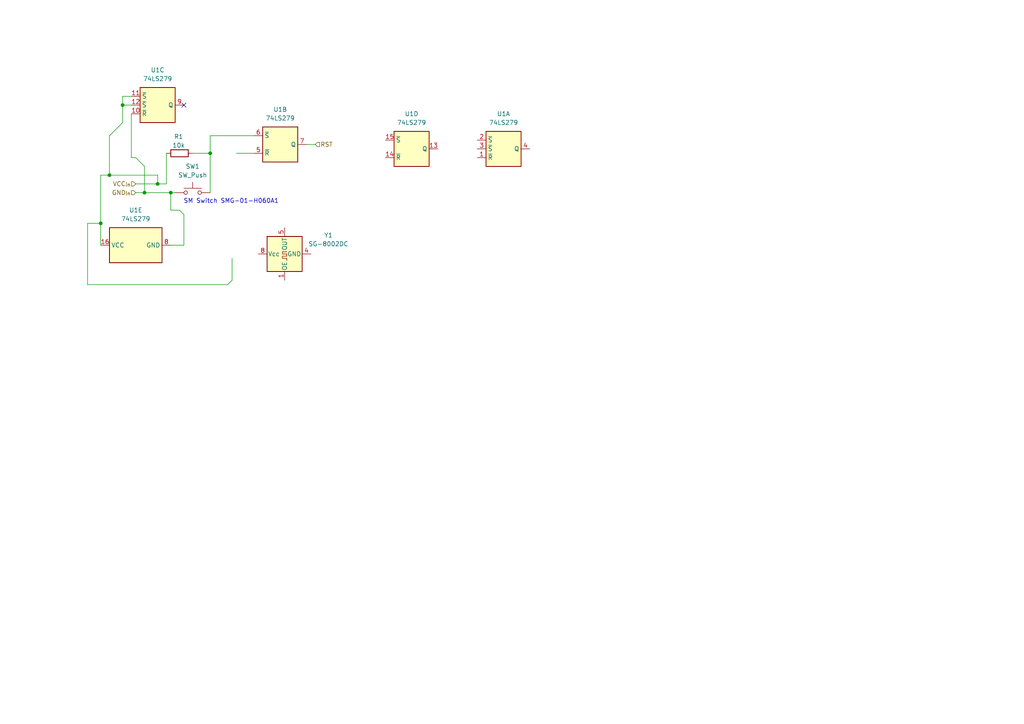
<source format=kicad_sch>
(kicad_sch
	(version 20250114)
	(generator "eeschema")
	(generator_version "9.0")
	(uuid "29f29b2d-987f-42da-994d-b1a143f012bb")
	(paper "A4")
	(lib_symbols
		(symbol "74xx:74LS279"
			(exclude_from_sim no)
			(in_bom yes)
			(on_board yes)
			(property "Reference" "U"
				(at -7.874 8.636 0)
				(effects
					(font
						(size 1.27 1.27)
					)
				)
			)
			(property "Value" "74LS279"
				(at -4.318 -8.636 0)
				(effects
					(font
						(size 1.27 1.27)
					)
				)
			)
			(property "Footprint" ""
				(at 0 0 0)
				(effects
					(font
						(size 1.27 1.27)
					)
					(hide yes)
				)
			)
			(property "Datasheet" "https://www.ti.com/lit/gpn/sn54ls279a"
				(at 10.922 -12.954 0)
				(effects
					(font
						(size 1.27 1.27)
					)
					(hide yes)
				)
			)
			(property "Description" "Quad SR latch, DIP-16/SOIC-16/SOIC-16W"
				(at 7.62 -10.668 0)
				(effects
					(font
						(size 1.27 1.27)
					)
					(hide yes)
				)
			)
			(property "ki_locked" ""
				(at 0 0 0)
				(effects
					(font
						(size 1.27 1.27)
					)
				)
			)
			(property "ki_keywords" "TTL latch set reset srs flip flop flipflop rs-flipflop"
				(at 0 0 0)
				(effects
					(font
						(size 1.27 1.27)
					)
					(hide yes)
				)
			)
			(property "ki_fp_filters" "DIP*W7.62mm* SOIC*3.9x9.9mm*P1.27mm* SOIC*5.3x10.2mm*P1.27mm*"
				(at 0 0 0)
				(effects
					(font
						(size 1.27 1.27)
					)
					(hide yes)
				)
			)
			(symbol "74LS279_1_1"
				(rectangle
					(start -5.08 5.08)
					(end 5.08 -5.08)
					(stroke
						(width 0.254)
						(type default)
					)
					(fill
						(type background)
					)
				)
				(pin input line
					(at -7.62 2.54 0)
					(length 2.54)
					(name "~{S}"
						(effects
							(font
								(size 1.27 1.27)
							)
						)
					)
					(number "2"
						(effects
							(font
								(size 1.27 1.27)
							)
						)
					)
				)
				(pin input line
					(at -7.62 0 0)
					(length 2.54)
					(name "~{S}"
						(effects
							(font
								(size 1.27 1.27)
							)
						)
					)
					(number "3"
						(effects
							(font
								(size 1.27 1.27)
							)
						)
					)
				)
				(pin input line
					(at -7.62 -2.54 0)
					(length 2.54)
					(name "~{R}"
						(effects
							(font
								(size 1.27 1.27)
							)
						)
					)
					(number "1"
						(effects
							(font
								(size 1.27 1.27)
							)
						)
					)
				)
				(pin output line
					(at 7.62 0 180)
					(length 2.54)
					(name "Q"
						(effects
							(font
								(size 1.27 1.27)
							)
						)
					)
					(number "4"
						(effects
							(font
								(size 1.27 1.27)
							)
						)
					)
				)
			)
			(symbol "74LS279_2_1"
				(rectangle
					(start -5.08 5.08)
					(end 5.08 -5.08)
					(stroke
						(width 0.254)
						(type default)
					)
					(fill
						(type background)
					)
				)
				(pin input line
					(at -7.62 2.54 0)
					(length 2.54)
					(name "~{S}"
						(effects
							(font
								(size 1.27 1.27)
							)
						)
					)
					(number "6"
						(effects
							(font
								(size 1.27 1.27)
							)
						)
					)
				)
				(pin input line
					(at -7.62 -2.54 0)
					(length 2.54)
					(name "~{R}"
						(effects
							(font
								(size 1.27 1.27)
							)
						)
					)
					(number "5"
						(effects
							(font
								(size 1.27 1.27)
							)
						)
					)
				)
				(pin output line
					(at 7.62 0 180)
					(length 2.54)
					(name "Q"
						(effects
							(font
								(size 1.27 1.27)
							)
						)
					)
					(number "7"
						(effects
							(font
								(size 1.27 1.27)
							)
						)
					)
				)
			)
			(symbol "74LS279_3_1"
				(rectangle
					(start -5.08 5.08)
					(end 5.08 -5.08)
					(stroke
						(width 0.254)
						(type default)
					)
					(fill
						(type background)
					)
				)
				(pin input line
					(at -7.62 2.54 0)
					(length 2.54)
					(name "~{S}"
						(effects
							(font
								(size 1.27 1.27)
							)
						)
					)
					(number "11"
						(effects
							(font
								(size 1.27 1.27)
							)
						)
					)
				)
				(pin input line
					(at -7.62 0 0)
					(length 2.54)
					(name "~{S}"
						(effects
							(font
								(size 1.27 1.27)
							)
						)
					)
					(number "12"
						(effects
							(font
								(size 1.27 1.27)
							)
						)
					)
				)
				(pin input line
					(at -7.62 -2.54 0)
					(length 2.54)
					(name "~{R}"
						(effects
							(font
								(size 1.27 1.27)
							)
						)
					)
					(number "10"
						(effects
							(font
								(size 1.27 1.27)
							)
						)
					)
				)
				(pin output line
					(at 7.62 0 180)
					(length 2.54)
					(name "Q"
						(effects
							(font
								(size 1.27 1.27)
							)
						)
					)
					(number "9"
						(effects
							(font
								(size 1.27 1.27)
							)
						)
					)
				)
			)
			(symbol "74LS279_4_1"
				(rectangle
					(start -5.08 5.08)
					(end 5.08 -5.08)
					(stroke
						(width 0.254)
						(type default)
					)
					(fill
						(type background)
					)
				)
				(pin input line
					(at -7.62 2.54 0)
					(length 2.54)
					(name "~{S}"
						(effects
							(font
								(size 1.27 1.27)
							)
						)
					)
					(number "15"
						(effects
							(font
								(size 1.27 1.27)
							)
						)
					)
				)
				(pin input line
					(at -7.62 -2.54 0)
					(length 2.54)
					(name "~{R}"
						(effects
							(font
								(size 1.27 1.27)
							)
						)
					)
					(number "14"
						(effects
							(font
								(size 1.27 1.27)
							)
						)
					)
				)
				(pin output line
					(at 7.62 0 180)
					(length 2.54)
					(name "Q"
						(effects
							(font
								(size 1.27 1.27)
							)
						)
					)
					(number "13"
						(effects
							(font
								(size 1.27 1.27)
							)
						)
					)
				)
			)
			(symbol "74LS279_5_0"
				(pin power_in line
					(at 0 10.16 270)
					(length 2.54)
					(name "VCC"
						(effects
							(font
								(size 1.27 1.27)
							)
						)
					)
					(number "16"
						(effects
							(font
								(size 1.27 1.27)
							)
						)
					)
				)
				(pin power_in line
					(at 0 -10.16 90)
					(length 2.54)
					(name "GND"
						(effects
							(font
								(size 1.27 1.27)
							)
						)
					)
					(number "8"
						(effects
							(font
								(size 1.27 1.27)
							)
						)
					)
				)
			)
			(symbol "74LS279_5_1"
				(rectangle
					(start -5.08 7.62)
					(end 5.08 -7.62)
					(stroke
						(width 0.254)
						(type default)
					)
					(fill
						(type background)
					)
				)
			)
			(embedded_fonts no)
		)
		(symbol "Device:R"
			(pin_numbers
				(hide yes)
			)
			(pin_names
				(offset 0)
			)
			(exclude_from_sim no)
			(in_bom yes)
			(on_board yes)
			(property "Reference" "R"
				(at 2.032 0 90)
				(effects
					(font
						(size 1.27 1.27)
					)
				)
			)
			(property "Value" "R"
				(at 0 0 90)
				(effects
					(font
						(size 1.27 1.27)
					)
				)
			)
			(property "Footprint" ""
				(at -1.778 0 90)
				(effects
					(font
						(size 1.27 1.27)
					)
					(hide yes)
				)
			)
			(property "Datasheet" "~"
				(at 0 0 0)
				(effects
					(font
						(size 1.27 1.27)
					)
					(hide yes)
				)
			)
			(property "Description" "Resistor"
				(at 0 0 0)
				(effects
					(font
						(size 1.27 1.27)
					)
					(hide yes)
				)
			)
			(property "ki_keywords" "R res resistor"
				(at 0 0 0)
				(effects
					(font
						(size 1.27 1.27)
					)
					(hide yes)
				)
			)
			(property "ki_fp_filters" "R_*"
				(at 0 0 0)
				(effects
					(font
						(size 1.27 1.27)
					)
					(hide yes)
				)
			)
			(symbol "R_0_1"
				(rectangle
					(start -1.016 -2.54)
					(end 1.016 2.54)
					(stroke
						(width 0.254)
						(type default)
					)
					(fill
						(type none)
					)
				)
			)
			(symbol "R_1_1"
				(pin passive line
					(at 0 3.81 270)
					(length 1.27)
					(name "~"
						(effects
							(font
								(size 1.27 1.27)
							)
						)
					)
					(number "1"
						(effects
							(font
								(size 1.27 1.27)
							)
						)
					)
				)
				(pin passive line
					(at 0 -3.81 90)
					(length 1.27)
					(name "~"
						(effects
							(font
								(size 1.27 1.27)
							)
						)
					)
					(number "2"
						(effects
							(font
								(size 1.27 1.27)
							)
						)
					)
				)
			)
			(embedded_fonts no)
		)
		(symbol "Oscillator:SG-8002DC"
			(pin_names
				(offset 0.254)
			)
			(exclude_from_sim no)
			(in_bom yes)
			(on_board yes)
			(property "Reference" "Y"
				(at -5.08 6.35 0)
				(effects
					(font
						(size 1.27 1.27)
					)
					(justify left)
				)
			)
			(property "Value" "SG-8002DC"
				(at 1.27 -6.35 0)
				(effects
					(font
						(size 1.27 1.27)
					)
					(justify left)
				)
			)
			(property "Footprint" "Oscillator:Oscillator_SeikoEpson_SG-8002DC"
				(at 11.43 -8.89 0)
				(effects
					(font
						(size 1.27 1.27)
					)
					(hide yes)
				)
			)
			(property "Datasheet" "https://support.epson.biz/td/api/doc_check.php?mode=dl&lang=en&Parts=SG-8002DC"
				(at -2.54 0 0)
				(effects
					(font
						(size 1.27 1.27)
					)
					(hide yes)
				)
			)
			(property "Description" "Crystal Clock Oscillator, DIP8-style plastic package"
				(at 0 0 0)
				(effects
					(font
						(size 1.27 1.27)
					)
					(hide yes)
				)
			)
			(property "ki_keywords" "Crystal Clock Oscillator"
				(at 0 0 0)
				(effects
					(font
						(size 1.27 1.27)
					)
					(hide yes)
				)
			)
			(property "ki_fp_filters" "Oscillator*SeikoEpson*SG?8002DC*"
				(at 0 0 0)
				(effects
					(font
						(size 1.27 1.27)
					)
					(hide yes)
				)
			)
			(symbol "SG-8002DC_0_1"
				(rectangle
					(start -5.08 5.08)
					(end 5.08 -5.08)
					(stroke
						(width 0.254)
						(type default)
					)
					(fill
						(type background)
					)
				)
				(polyline
					(pts
						(xy -1.905 -0.635) (xy -1.27 -0.635) (xy -1.27 0.635) (xy -0.635 0.635) (xy -0.635 -0.635) (xy 0 -0.635)
						(xy 0 0.635) (xy 0.635 0.635) (xy 0.635 -0.635)
					)
					(stroke
						(width 0)
						(type default)
					)
					(fill
						(type none)
					)
				)
			)
			(symbol "SG-8002DC_1_1"
				(pin input line
					(at -7.62 0 0)
					(length 2.54)
					(name "OE"
						(effects
							(font
								(size 1.27 1.27)
							)
						)
					)
					(number "1"
						(effects
							(font
								(size 1.27 1.27)
							)
						)
					)
				)
				(pin power_in line
					(at 0 7.62 270)
					(length 2.54)
					(name "Vcc"
						(effects
							(font
								(size 1.27 1.27)
							)
						)
					)
					(number "8"
						(effects
							(font
								(size 1.27 1.27)
							)
						)
					)
				)
				(pin power_in line
					(at 0 -7.62 90)
					(length 2.54)
					(name "GND"
						(effects
							(font
								(size 1.27 1.27)
							)
						)
					)
					(number "4"
						(effects
							(font
								(size 1.27 1.27)
							)
						)
					)
				)
				(pin output line
					(at 7.62 0 180)
					(length 2.54)
					(name "OUT"
						(effects
							(font
								(size 1.27 1.27)
							)
						)
					)
					(number "5"
						(effects
							(font
								(size 1.27 1.27)
							)
						)
					)
				)
			)
			(embedded_fonts no)
		)
		(symbol "Switch:SW_Push"
			(pin_numbers
				(hide yes)
			)
			(pin_names
				(offset 1.016)
				(hide yes)
			)
			(exclude_from_sim no)
			(in_bom yes)
			(on_board yes)
			(property "Reference" "SW"
				(at 1.27 2.54 0)
				(effects
					(font
						(size 1.27 1.27)
					)
					(justify left)
				)
			)
			(property "Value" "SW_Push"
				(at 0 -1.524 0)
				(effects
					(font
						(size 1.27 1.27)
					)
				)
			)
			(property "Footprint" ""
				(at 0 5.08 0)
				(effects
					(font
						(size 1.27 1.27)
					)
					(hide yes)
				)
			)
			(property "Datasheet" "~"
				(at 0 5.08 0)
				(effects
					(font
						(size 1.27 1.27)
					)
					(hide yes)
				)
			)
			(property "Description" "Push button switch, generic, two pins"
				(at 0 0 0)
				(effects
					(font
						(size 1.27 1.27)
					)
					(hide yes)
				)
			)
			(property "ki_keywords" "switch normally-open pushbutton push-button"
				(at 0 0 0)
				(effects
					(font
						(size 1.27 1.27)
					)
					(hide yes)
				)
			)
			(symbol "SW_Push_0_1"
				(circle
					(center -2.032 0)
					(radius 0.508)
					(stroke
						(width 0)
						(type default)
					)
					(fill
						(type none)
					)
				)
				(polyline
					(pts
						(xy 0 1.27) (xy 0 3.048)
					)
					(stroke
						(width 0)
						(type default)
					)
					(fill
						(type none)
					)
				)
				(circle
					(center 2.032 0)
					(radius 0.508)
					(stroke
						(width 0)
						(type default)
					)
					(fill
						(type none)
					)
				)
				(polyline
					(pts
						(xy 2.54 1.27) (xy -2.54 1.27)
					)
					(stroke
						(width 0)
						(type default)
					)
					(fill
						(type none)
					)
				)
				(pin passive line
					(at -5.08 0 0)
					(length 2.54)
					(name "1"
						(effects
							(font
								(size 1.27 1.27)
							)
						)
					)
					(number "1"
						(effects
							(font
								(size 1.27 1.27)
							)
						)
					)
				)
				(pin passive line
					(at 5.08 0 180)
					(length 2.54)
					(name "2"
						(effects
							(font
								(size 1.27 1.27)
							)
						)
					)
					(number "2"
						(effects
							(font
								(size 1.27 1.27)
							)
						)
					)
				)
			)
			(embedded_fonts no)
		)
	)
	(text "SM Switch SMG-01-H060A1"
		(exclude_from_sim no)
		(at 67.056 58.42 0)
		(effects
			(font
				(size 1.27 1.27)
			)
		)
		(uuid "8a4c262a-0fc4-4b76-b356-3aac4b4a4935")
	)
	(junction
		(at 45.72 53.34)
		(diameter 0)
		(color 0 0 0 0)
		(uuid "3473c326-c36d-4e41-b720-e1ae1bf4228e")
	)
	(junction
		(at 31.75 50.8)
		(diameter 0)
		(color 0 0 0 0)
		(uuid "38c0620d-99cc-4ce0-8882-d2ef5dd7c998")
	)
	(junction
		(at 49.53 55.88)
		(diameter 0)
		(color 0 0 0 0)
		(uuid "42421e70-53e7-4a04-b708-22dd529091bb")
	)
	(junction
		(at 29.21 64.77)
		(diameter 0)
		(color 0 0 0 0)
		(uuid "7a9582aa-f409-4543-9517-9f78de608866")
	)
	(junction
		(at 35.56 30.48)
		(diameter 0)
		(color 0 0 0 0)
		(uuid "7d3cec62-a9c7-41c4-a510-b495a504284c")
	)
	(junction
		(at 41.91 55.88)
		(diameter 0)
		(color 0 0 0 0)
		(uuid "9203d9f1-acb6-4b22-8a92-7697ac922769")
	)
	(junction
		(at 60.96 44.45)
		(diameter 0)
		(color 0 0 0 0)
		(uuid "aa637bcc-2516-46fb-b28c-44d867df7be4")
	)
	(no_connect
		(at 53.34 30.48)
		(uuid "f4766a25-e736-4995-8c6a-b0b8d702f5f0")
	)
	(wire
		(pts
			(xy 49.53 60.96) (xy 52.07 60.96)
		)
		(stroke
			(width 0)
			(type default)
		)
		(uuid "00dd81e5-a04e-4b47-8076-102ce98ee0df")
	)
	(wire
		(pts
			(xy 38.1 33.02) (xy 38.1 45.72)
		)
		(stroke
			(width 0)
			(type default)
		)
		(uuid "09544023-d3b2-4724-96e9-7d99b22bc07f")
	)
	(wire
		(pts
			(xy 38.1 30.48) (xy 35.56 30.48)
		)
		(stroke
			(width 0)
			(type default)
		)
		(uuid "12dfa247-011f-4699-adb2-384febfbfd90")
	)
	(wire
		(pts
			(xy 68.58 44.45) (xy 73.66 44.45)
		)
		(stroke
			(width 0)
			(type default)
		)
		(uuid "23e35163-4d43-4374-919e-b6aecf37b00c")
	)
	(wire
		(pts
			(xy 41.91 55.88) (xy 41.91 48.26)
		)
		(stroke
			(width 0)
			(type default)
		)
		(uuid "2faaa831-ca26-42f3-a834-ebeceefa3979")
	)
	(wire
		(pts
			(xy 60.96 39.37) (xy 73.66 39.37)
		)
		(stroke
			(width 0)
			(type default)
		)
		(uuid "33272586-aef8-4506-b238-74c5e94e3432")
	)
	(wire
		(pts
			(xy 38.1 27.94) (xy 35.56 27.94)
		)
		(stroke
			(width 0)
			(type default)
		)
		(uuid "3491b2c3-d26e-4148-a76a-2fb53e9a3c81")
	)
	(wire
		(pts
			(xy 67.31 74.93) (xy 67.31 81.28)
		)
		(stroke
			(width 0)
			(type default)
		)
		(uuid "39c8c38b-71e3-4c27-af12-0b2233ed07d8")
	)
	(wire
		(pts
			(xy 49.53 71.12) (xy 53.34 71.12)
		)
		(stroke
			(width 0)
			(type default)
		)
		(uuid "3cfaf054-71df-47b6-b9c9-5be5b28a718f")
	)
	(wire
		(pts
			(xy 49.53 55.88) (xy 49.53 60.96)
		)
		(stroke
			(width 0)
			(type default)
		)
		(uuid "4af834eb-fae3-4d91-b0ee-773ab0ed83c0")
	)
	(wire
		(pts
			(xy 41.91 55.88) (xy 49.53 55.88)
		)
		(stroke
			(width 0)
			(type default)
		)
		(uuid "4dee3a02-17a8-4ed4-9613-e3b54cd39daa")
	)
	(wire
		(pts
			(xy 35.56 27.94) (xy 35.56 30.48)
		)
		(stroke
			(width 0)
			(type default)
		)
		(uuid "4f8bea08-35b8-4b69-bbd0-a069ba7a646e")
	)
	(wire
		(pts
			(xy 39.37 55.88) (xy 41.91 55.88)
		)
		(stroke
			(width 0)
			(type default)
		)
		(uuid "558aa06c-e769-4851-ac83-53668befbe4a")
	)
	(wire
		(pts
			(xy 25.4 64.77) (xy 29.21 64.77)
		)
		(stroke
			(width 0)
			(type default)
		)
		(uuid "5835a8c5-8e7d-40f0-8823-4f414bd7bf17")
	)
	(wire
		(pts
			(xy 31.75 50.8) (xy 45.72 50.8)
		)
		(stroke
			(width 0)
			(type default)
		)
		(uuid "59b4fcee-f10d-4b10-90a0-eeb9959a7643")
	)
	(wire
		(pts
			(xy 48.26 44.45) (xy 48.26 53.34)
		)
		(stroke
			(width 0)
			(type default)
		)
		(uuid "5e937476-da77-4c7e-88f8-3e1f27517058")
	)
	(wire
		(pts
			(xy 53.34 62.23) (xy 52.07 60.96)
		)
		(stroke
			(width 0)
			(type default)
		)
		(uuid "6d9e228f-c9e2-434b-8643-42fc1addd24e")
	)
	(wire
		(pts
			(xy 38.1 45.72) (xy 39.37 45.72)
		)
		(stroke
			(width 0)
			(type default)
		)
		(uuid "81403e00-05e6-4266-adeb-2267bdcc8fda")
	)
	(wire
		(pts
			(xy 39.37 53.34) (xy 45.72 53.34)
		)
		(stroke
			(width 0)
			(type default)
		)
		(uuid "8a629512-f573-45b1-b72c-2a60f627bf60")
	)
	(wire
		(pts
			(xy 35.56 30.48) (xy 35.56 35.56)
		)
		(stroke
			(width 0)
			(type default)
		)
		(uuid "95b9f17e-c7e7-43e7-a160-0b99907fe8dd")
	)
	(wire
		(pts
			(xy 53.34 71.12) (xy 53.34 62.23)
		)
		(stroke
			(width 0)
			(type default)
		)
		(uuid "a153edb0-d073-4423-b376-6449b13cfd42")
	)
	(wire
		(pts
			(xy 25.4 82.55) (xy 66.04 82.55)
		)
		(stroke
			(width 0)
			(type default)
		)
		(uuid "a20296bd-658c-4e4d-833e-06b4e50c1cca")
	)
	(wire
		(pts
			(xy 41.91 48.26) (xy 39.37 45.72)
		)
		(stroke
			(width 0)
			(type default)
		)
		(uuid "a59f433a-5403-49d4-9370-0dd97bb86506")
	)
	(wire
		(pts
			(xy 55.88 44.45) (xy 60.96 44.45)
		)
		(stroke
			(width 0)
			(type default)
		)
		(uuid "a81f5543-1070-4045-87a0-e0101f5b8902")
	)
	(wire
		(pts
			(xy 29.21 50.8) (xy 31.75 50.8)
		)
		(stroke
			(width 0)
			(type default)
		)
		(uuid "afa51c5f-245e-46fe-9150-a3a1cdee14b1")
	)
	(wire
		(pts
			(xy 29.21 50.8) (xy 29.21 64.77)
		)
		(stroke
			(width 0)
			(type default)
		)
		(uuid "b124d42e-f45c-450d-8e79-44ae221f6a3d")
	)
	(wire
		(pts
			(xy 31.75 50.8) (xy 31.75 39.37)
		)
		(stroke
			(width 0)
			(type default)
		)
		(uuid "c10643a9-8494-4602-bc65-b4ff766d2da0")
	)
	(wire
		(pts
			(xy 45.72 50.8) (xy 45.72 53.34)
		)
		(stroke
			(width 0)
			(type default)
		)
		(uuid "cb2aa6ed-9b51-4bcd-b47f-314864be0dc9")
	)
	(wire
		(pts
			(xy 45.72 53.34) (xy 48.26 53.34)
		)
		(stroke
			(width 0)
			(type default)
		)
		(uuid "d920af0a-8b12-4356-96d2-d96e8687dfad")
	)
	(wire
		(pts
			(xy 60.96 44.45) (xy 60.96 55.88)
		)
		(stroke
			(width 0)
			(type default)
		)
		(uuid "dcc289c3-d226-4f73-a7e8-6edb23faf89e")
	)
	(wire
		(pts
			(xy 29.21 64.77) (xy 29.21 71.12)
		)
		(stroke
			(width 0)
			(type default)
		)
		(uuid "df643997-662c-4330-b372-2a8c777b7e08")
	)
	(wire
		(pts
			(xy 60.96 39.37) (xy 60.96 44.45)
		)
		(stroke
			(width 0)
			(type default)
		)
		(uuid "e38a6088-0dea-49c7-b2ee-5554717f4dc2")
	)
	(wire
		(pts
			(xy 31.75 39.37) (xy 35.56 35.56)
		)
		(stroke
			(width 0)
			(type default)
		)
		(uuid "e61daaa8-cd6c-4f35-a14b-c93240007aff")
	)
	(wire
		(pts
			(xy 66.04 82.55) (xy 67.31 81.28)
		)
		(stroke
			(width 0)
			(type default)
		)
		(uuid "ec98ca14-5b8f-4009-9c03-37511d28886c")
	)
	(wire
		(pts
			(xy 88.9 41.91) (xy 91.44 41.91)
		)
		(stroke
			(width 0)
			(type default)
		)
		(uuid "f71e3cd3-1864-4238-812a-2b684a138245")
	)
	(wire
		(pts
			(xy 49.53 55.88) (xy 50.8 55.88)
		)
		(stroke
			(width 0)
			(type default)
		)
		(uuid "fbf04236-345c-4833-ba3e-b6fcf0154d8f")
	)
	(wire
		(pts
			(xy 25.4 64.77) (xy 25.4 82.55)
		)
		(stroke
			(width 0)
			(type default)
		)
		(uuid "ff6bf874-6e65-43cf-a367-1f75f2946b28")
	)
	(hierarchical_label "GND_{in}"
		(shape input)
		(at 39.37 55.88 180)
		(effects
			(font
				(size 1.27 1.27)
			)
			(justify right)
		)
		(uuid "099dd52f-9c56-43b8-882a-571243aa7be9")
	)
	(hierarchical_label "RST"
		(shape input)
		(at 91.44 41.91 0)
		(effects
			(font
				(size 1.27 1.27)
			)
			(justify left)
		)
		(uuid "7b27cc89-2588-458b-b6cf-5a9299893662")
	)
	(hierarchical_label "VCC_{in}"
		(shape input)
		(at 39.37 53.34 180)
		(effects
			(font
				(size 1.27 1.27)
			)
			(justify right)
		)
		(uuid "a0c8042f-c0fe-4d12-bf69-2ef0ddb3e337")
	)
	(symbol
		(lib_id "Device:R")
		(at 52.07 44.45 90)
		(unit 1)
		(exclude_from_sim no)
		(in_bom yes)
		(on_board yes)
		(dnp no)
		(uuid "32ce0a9a-3818-414c-8c72-b61ab0acd116")
		(property "Reference" "R1"
			(at 51.816 39.624 90)
			(effects
				(font
					(size 1.27 1.27)
				)
			)
		)
		(property "Value" "10k"
			(at 51.816 42.164 90)
			(effects
				(font
					(size 1.27 1.27)
				)
			)
		)
		(property "Footprint" "Resistor_THT:R_Axial_DIN0617_L17.0mm_D6.0mm_P25.40mm_Horizontal"
			(at 52.07 46.228 90)
			(effects
				(font
					(size 1.27 1.27)
				)
				(hide yes)
			)
		)
		(property "Datasheet" "~"
			(at 52.07 44.45 0)
			(effects
				(font
					(size 1.27 1.27)
				)
				(hide yes)
			)
		)
		(property "Description" "Resistor"
			(at 52.07 44.45 0)
			(effects
				(font
					(size 1.27 1.27)
				)
				(hide yes)
			)
		)
		(pin "1"
			(uuid "5c1241dd-fe2b-4fca-baa0-ce1578f4c51c")
		)
		(pin "2"
			(uuid "d6c349cb-5e32-4764-8679-7809d814f67b")
		)
		(instances
			(project "motherboard"
				(path "/bb7788bc-5c3c-457d-a542-d32d0d539aef/c16b7065-763e-49b6-baed-f21b45fc33df"
					(reference "R1")
					(unit 1)
				)
			)
		)
	)
	(symbol
		(lib_id "74xx:74LS279")
		(at 81.28 41.91 0)
		(unit 2)
		(exclude_from_sim no)
		(in_bom yes)
		(on_board yes)
		(dnp no)
		(fields_autoplaced yes)
		(uuid "47a78ece-d0c2-436b-91d2-5b92a4863f8e")
		(property "Reference" "U1"
			(at 81.28 31.75 0)
			(effects
				(font
					(size 1.27 1.27)
				)
			)
		)
		(property "Value" "74LS279"
			(at 81.28 34.29 0)
			(effects
				(font
					(size 1.27 1.27)
				)
			)
		)
		(property "Footprint" "Package_DIP:DIP-16_W7.62mm"
			(at 81.28 41.91 0)
			(effects
				(font
					(size 1.27 1.27)
				)
				(hide yes)
			)
		)
		(property "Datasheet" "https://www.ti.com/lit/gpn/sn54ls279a"
			(at 92.202 54.864 0)
			(effects
				(font
					(size 1.27 1.27)
				)
				(hide yes)
			)
		)
		(property "Description" "Quad SR latch, DIP-16/SOIC-16/SOIC-16W"
			(at 88.9 52.578 0)
			(effects
				(font
					(size 1.27 1.27)
				)
				(hide yes)
			)
		)
		(pin "11"
			(uuid "f004006e-ae35-4269-8f51-3e9c3a7f4619")
		)
		(pin "5"
			(uuid "4418338e-d9c5-48b5-9f3d-f149295552f6")
		)
		(pin "1"
			(uuid "9bdf2dbe-8b3f-40f4-b12b-9c81ae0a2bf2")
		)
		(pin "4"
			(uuid "d42f5c2b-703d-44a9-9a2f-24bf10490149")
		)
		(pin "7"
			(uuid "3635bd40-43f5-4717-9687-c07d88769e28")
		)
		(pin "15"
			(uuid "869a8e1a-dd2e-408b-84cc-0811e3f52a17")
		)
		(pin "16"
			(uuid "313fc090-cfa3-4441-b56c-264c2e682e6f")
		)
		(pin "12"
			(uuid "07bc1c2b-ad9d-4397-be93-b23511b27b95")
		)
		(pin "13"
			(uuid "935d95d0-ee52-414f-b419-28bdd2d65da5")
		)
		(pin "14"
			(uuid "21bc45d3-be94-4975-8d25-cdd31bead1f3")
		)
		(pin "6"
			(uuid "73387244-c17c-4ead-893b-a3f781fb2116")
		)
		(pin "10"
			(uuid "22113da8-7542-4b6d-aa2d-44f2f8f3ea6c")
		)
		(pin "2"
			(uuid "d35c0a10-bc46-4118-8b1f-f974ef50ed93")
		)
		(pin "3"
			(uuid "6dc94279-d5cb-42fe-9375-1836e7a79d04")
		)
		(pin "9"
			(uuid "bd5ea0c8-ace0-4c18-8fac-b4709b0a8480")
		)
		(pin "8"
			(uuid "def40988-57dc-4c6e-9eaa-2eef2f11398e")
		)
		(instances
			(project ""
				(path "/bb7788bc-5c3c-457d-a542-d32d0d539aef/c16b7065-763e-49b6-baed-f21b45fc33df"
					(reference "U1")
					(unit 2)
				)
			)
		)
	)
	(symbol
		(lib_id "74xx:74LS279")
		(at 146.05 43.18 0)
		(unit 1)
		(exclude_from_sim no)
		(in_bom yes)
		(on_board yes)
		(dnp no)
		(fields_autoplaced yes)
		(uuid "730e397d-2b07-49a2-82f2-334c8264beb2")
		(property "Reference" "U1"
			(at 146.05 33.02 0)
			(effects
				(font
					(size 1.27 1.27)
				)
			)
		)
		(property "Value" "74LS279"
			(at 146.05 35.56 0)
			(effects
				(font
					(size 1.27 1.27)
				)
			)
		)
		(property "Footprint" "Package_DIP:DIP-16_W7.62mm"
			(at 146.05 43.18 0)
			(effects
				(font
					(size 1.27 1.27)
				)
				(hide yes)
			)
		)
		(property "Datasheet" "https://www.ti.com/lit/gpn/sn54ls279a"
			(at 156.972 56.134 0)
			(effects
				(font
					(size 1.27 1.27)
				)
				(hide yes)
			)
		)
		(property "Description" "Quad SR latch, DIP-16/SOIC-16/SOIC-16W"
			(at 153.67 53.848 0)
			(effects
				(font
					(size 1.27 1.27)
				)
				(hide yes)
			)
		)
		(pin "11"
			(uuid "f004006e-ae35-4269-8f51-3e9c3a7f461a")
		)
		(pin "5"
			(uuid "4418338e-d9c5-48b5-9f3d-f149295552f7")
		)
		(pin "1"
			(uuid "8f6de5cc-6050-42a0-b672-fcc5342cc79e")
		)
		(pin "4"
			(uuid "fb732d06-0460-40a2-af96-a2dfd0ead400")
		)
		(pin "7"
			(uuid "3635bd40-43f5-4717-9687-c07d88769e29")
		)
		(pin "15"
			(uuid "869a8e1a-dd2e-408b-84cc-0811e3f52a18")
		)
		(pin "16"
			(uuid "313fc090-cfa3-4441-b56c-264c2e682e70")
		)
		(pin "12"
			(uuid "07bc1c2b-ad9d-4397-be93-b23511b27b96")
		)
		(pin "13"
			(uuid "935d95d0-ee52-414f-b419-28bdd2d65da6")
		)
		(pin "14"
			(uuid "21bc45d3-be94-4975-8d25-cdd31bead1f4")
		)
		(pin "6"
			(uuid "73387244-c17c-4ead-893b-a3f781fb2117")
		)
		(pin "10"
			(uuid "22113da8-7542-4b6d-aa2d-44f2f8f3ea6d")
		)
		(pin "2"
			(uuid "a2e28324-cf61-47f6-92aa-895f12114589")
		)
		(pin "3"
			(uuid "7466a463-72c9-4f96-bbea-babe2a404f5b")
		)
		(pin "9"
			(uuid "bd5ea0c8-ace0-4c18-8fac-b4709b0a8481")
		)
		(pin "8"
			(uuid "def40988-57dc-4c6e-9eaa-2eef2f11398f")
		)
		(instances
			(project "motherboard"
				(path "/bb7788bc-5c3c-457d-a542-d32d0d539aef/c16b7065-763e-49b6-baed-f21b45fc33df"
					(reference "U1")
					(unit 1)
				)
			)
		)
	)
	(symbol
		(lib_id "74xx:74LS279")
		(at 45.72 30.48 0)
		(unit 3)
		(exclude_from_sim no)
		(in_bom yes)
		(on_board yes)
		(dnp no)
		(fields_autoplaced yes)
		(uuid "7ac68b34-e521-4a2b-b383-6ce2de9141a4")
		(property "Reference" "U1"
			(at 45.72 20.32 0)
			(effects
				(font
					(size 1.27 1.27)
				)
			)
		)
		(property "Value" "74LS279"
			(at 45.72 22.86 0)
			(effects
				(font
					(size 1.27 1.27)
				)
			)
		)
		(property "Footprint" "Package_DIP:DIP-16_W7.62mm"
			(at 45.72 30.48 0)
			(effects
				(font
					(size 1.27 1.27)
				)
				(hide yes)
			)
		)
		(property "Datasheet" "https://www.ti.com/lit/gpn/sn54ls279a"
			(at 56.642 43.434 0)
			(effects
				(font
					(size 1.27 1.27)
				)
				(hide yes)
			)
		)
		(property "Description" "Quad SR latch, DIP-16/SOIC-16/SOIC-16W"
			(at 53.34 41.148 0)
			(effects
				(font
					(size 1.27 1.27)
				)
				(hide yes)
			)
		)
		(pin "11"
			(uuid "f004006e-ae35-4269-8f51-3e9c3a7f461b")
		)
		(pin "5"
			(uuid "4418338e-d9c5-48b5-9f3d-f149295552f8")
		)
		(pin "1"
			(uuid "9bdf2dbe-8b3f-40f4-b12b-9c81ae0a2bf3")
		)
		(pin "4"
			(uuid "d42f5c2b-703d-44a9-9a2f-24bf1049014a")
		)
		(pin "7"
			(uuid "3635bd40-43f5-4717-9687-c07d88769e2a")
		)
		(pin "15"
			(uuid "869a8e1a-dd2e-408b-84cc-0811e3f52a19")
		)
		(pin "16"
			(uuid "313fc090-cfa3-4441-b56c-264c2e682e71")
		)
		(pin "12"
			(uuid "07bc1c2b-ad9d-4397-be93-b23511b27b97")
		)
		(pin "13"
			(uuid "935d95d0-ee52-414f-b419-28bdd2d65da7")
		)
		(pin "14"
			(uuid "21bc45d3-be94-4975-8d25-cdd31bead1f5")
		)
		(pin "6"
			(uuid "73387244-c17c-4ead-893b-a3f781fb2118")
		)
		(pin "10"
			(uuid "22113da8-7542-4b6d-aa2d-44f2f8f3ea6e")
		)
		(pin "2"
			(uuid "d35c0a10-bc46-4118-8b1f-f974ef50ed94")
		)
		(pin "3"
			(uuid "6dc94279-d5cb-42fe-9375-1836e7a79d05")
		)
		(pin "9"
			(uuid "bd5ea0c8-ace0-4c18-8fac-b4709b0a8482")
		)
		(pin "8"
			(uuid "def40988-57dc-4c6e-9eaa-2eef2f113990")
		)
		(instances
			(project ""
				(path "/bb7788bc-5c3c-457d-a542-d32d0d539aef/c16b7065-763e-49b6-baed-f21b45fc33df"
					(reference "U1")
					(unit 3)
				)
			)
		)
	)
	(symbol
		(lib_id "Oscillator:SG-8002DC")
		(at 82.55 73.66 90)
		(unit 1)
		(exclude_from_sim no)
		(in_bom yes)
		(on_board yes)
		(dnp no)
		(fields_autoplaced yes)
		(uuid "7eca5e77-9a20-4224-bba1-c0868aab9b68")
		(property "Reference" "Y1"
			(at 95.25 68.2146 90)
			(effects
				(font
					(size 1.27 1.27)
				)
			)
		)
		(property "Value" "SG-8002DC"
			(at 95.25 70.7546 90)
			(effects
				(font
					(size 1.27 1.27)
				)
			)
		)
		(property "Footprint" "Oscillator:Oscillator_SeikoEpson_SG-8002DC"
			(at 91.44 62.23 0)
			(effects
				(font
					(size 1.27 1.27)
				)
				(hide yes)
			)
		)
		(property "Datasheet" "https://support.epson.biz/td/api/doc_check.php?mode=dl&lang=en&Parts=SG-8002DC"
			(at 82.55 76.2 0)
			(effects
				(font
					(size 1.27 1.27)
				)
				(hide yes)
			)
		)
		(property "Description" "Crystal Clock Oscillator, DIP8-style plastic package"
			(at 82.55 73.66 0)
			(effects
				(font
					(size 1.27 1.27)
				)
				(hide yes)
			)
		)
		(pin "1"
			(uuid "9e39c2d9-59cf-4ec3-9e96-39dce9c4296f")
		)
		(pin "8"
			(uuid "5ab8a56b-440b-404a-8bde-f046a42daea2")
		)
		(pin "4"
			(uuid "f9fbe5d1-be2e-4ca0-990c-6ec49509cdc5")
		)
		(pin "5"
			(uuid "3cef126b-bdb2-409c-928a-245eb0ccad9b")
		)
		(instances
			(project ""
				(path "/bb7788bc-5c3c-457d-a542-d32d0d539aef/c16b7065-763e-49b6-baed-f21b45fc33df"
					(reference "Y1")
					(unit 1)
				)
			)
		)
	)
	(symbol
		(lib_id "74xx:74LS279")
		(at 119.38 43.18 0)
		(unit 4)
		(exclude_from_sim no)
		(in_bom yes)
		(on_board yes)
		(dnp no)
		(fields_autoplaced yes)
		(uuid "b6d69b7d-4a5d-4b4b-8aae-6035b109b85f")
		(property "Reference" "U1"
			(at 119.38 33.02 0)
			(effects
				(font
					(size 1.27 1.27)
				)
			)
		)
		(property "Value" "74LS279"
			(at 119.38 35.56 0)
			(effects
				(font
					(size 1.27 1.27)
				)
			)
		)
		(property "Footprint" "Package_DIP:DIP-16_W7.62mm"
			(at 119.38 43.18 0)
			(effects
				(font
					(size 1.27 1.27)
				)
				(hide yes)
			)
		)
		(property "Datasheet" "https://www.ti.com/lit/gpn/sn54ls279a"
			(at 130.302 56.134 0)
			(effects
				(font
					(size 1.27 1.27)
				)
				(hide yes)
			)
		)
		(property "Description" "Quad SR latch, DIP-16/SOIC-16/SOIC-16W"
			(at 127 53.848 0)
			(effects
				(font
					(size 1.27 1.27)
				)
				(hide yes)
			)
		)
		(pin "11"
			(uuid "f004006e-ae35-4269-8f51-3e9c3a7f461c")
		)
		(pin "5"
			(uuid "4418338e-d9c5-48b5-9f3d-f149295552f9")
		)
		(pin "1"
			(uuid "9bdf2dbe-8b3f-40f4-b12b-9c81ae0a2bf4")
		)
		(pin "4"
			(uuid "d42f5c2b-703d-44a9-9a2f-24bf1049014b")
		)
		(pin "7"
			(uuid "3635bd40-43f5-4717-9687-c07d88769e2b")
		)
		(pin "15"
			(uuid "869a8e1a-dd2e-408b-84cc-0811e3f52a1a")
		)
		(pin "16"
			(uuid "313fc090-cfa3-4441-b56c-264c2e682e72")
		)
		(pin "12"
			(uuid "07bc1c2b-ad9d-4397-be93-b23511b27b98")
		)
		(pin "13"
			(uuid "935d95d0-ee52-414f-b419-28bdd2d65da8")
		)
		(pin "14"
			(uuid "21bc45d3-be94-4975-8d25-cdd31bead1f6")
		)
		(pin "6"
			(uuid "73387244-c17c-4ead-893b-a3f781fb2119")
		)
		(pin "10"
			(uuid "22113da8-7542-4b6d-aa2d-44f2f8f3ea6f")
		)
		(pin "2"
			(uuid "d35c0a10-bc46-4118-8b1f-f974ef50ed95")
		)
		(pin "3"
			(uuid "6dc94279-d5cb-42fe-9375-1836e7a79d06")
		)
		(pin "9"
			(uuid "bd5ea0c8-ace0-4c18-8fac-b4709b0a8483")
		)
		(pin "8"
			(uuid "def40988-57dc-4c6e-9eaa-2eef2f113991")
		)
		(instances
			(project ""
				(path "/bb7788bc-5c3c-457d-a542-d32d0d539aef/c16b7065-763e-49b6-baed-f21b45fc33df"
					(reference "U1")
					(unit 4)
				)
			)
		)
	)
	(symbol
		(lib_id "74xx:74LS279")
		(at 39.37 71.12 90)
		(unit 5)
		(exclude_from_sim no)
		(in_bom yes)
		(on_board yes)
		(dnp no)
		(fields_autoplaced yes)
		(uuid "e3832529-a34c-43da-8d91-79128076d038")
		(property "Reference" "U1"
			(at 39.37 60.96 90)
			(effects
				(font
					(size 1.27 1.27)
				)
			)
		)
		(property "Value" "74LS279"
			(at 39.37 63.5 90)
			(effects
				(font
					(size 1.27 1.27)
				)
			)
		)
		(property "Footprint" "Package_DIP:DIP-16_W7.62mm"
			(at 39.37 71.12 0)
			(effects
				(font
					(size 1.27 1.27)
				)
				(hide yes)
			)
		)
		(property "Datasheet" "https://www.ti.com/lit/gpn/sn54ls279a"
			(at 52.324 60.198 0)
			(effects
				(font
					(size 1.27 1.27)
				)
				(hide yes)
			)
		)
		(property "Description" "Quad SR latch, DIP-16/SOIC-16/SOIC-16W"
			(at 50.038 63.5 0)
			(effects
				(font
					(size 1.27 1.27)
				)
				(hide yes)
			)
		)
		(pin "11"
			(uuid "f004006e-ae35-4269-8f51-3e9c3a7f461d")
		)
		(pin "5"
			(uuid "4418338e-d9c5-48b5-9f3d-f149295552fa")
		)
		(pin "1"
			(uuid "9bdf2dbe-8b3f-40f4-b12b-9c81ae0a2bf5")
		)
		(pin "4"
			(uuid "d42f5c2b-703d-44a9-9a2f-24bf1049014c")
		)
		(pin "7"
			(uuid "3635bd40-43f5-4717-9687-c07d88769e2c")
		)
		(pin "15"
			(uuid "869a8e1a-dd2e-408b-84cc-0811e3f52a1b")
		)
		(pin "16"
			(uuid "313fc090-cfa3-4441-b56c-264c2e682e73")
		)
		(pin "12"
			(uuid "07bc1c2b-ad9d-4397-be93-b23511b27b99")
		)
		(pin "13"
			(uuid "935d95d0-ee52-414f-b419-28bdd2d65da9")
		)
		(pin "14"
			(uuid "21bc45d3-be94-4975-8d25-cdd31bead1f7")
		)
		(pin "6"
			(uuid "73387244-c17c-4ead-893b-a3f781fb211a")
		)
		(pin "10"
			(uuid "22113da8-7542-4b6d-aa2d-44f2f8f3ea70")
		)
		(pin "2"
			(uuid "d35c0a10-bc46-4118-8b1f-f974ef50ed96")
		)
		(pin "3"
			(uuid "6dc94279-d5cb-42fe-9375-1836e7a79d07")
		)
		(pin "9"
			(uuid "bd5ea0c8-ace0-4c18-8fac-b4709b0a8484")
		)
		(pin "8"
			(uuid "def40988-57dc-4c6e-9eaa-2eef2f113992")
		)
		(instances
			(project ""
				(path "/bb7788bc-5c3c-457d-a542-d32d0d539aef/c16b7065-763e-49b6-baed-f21b45fc33df"
					(reference "U1")
					(unit 5)
				)
			)
		)
	)
	(symbol
		(lib_id "Switch:SW_Push")
		(at 55.88 55.88 0)
		(unit 1)
		(exclude_from_sim no)
		(in_bom yes)
		(on_board yes)
		(dnp no)
		(fields_autoplaced yes)
		(uuid "e91e733b-11f3-4f66-a48b-20aaca072bb7")
		(property "Reference" "SW1"
			(at 55.88 48.26 0)
			(effects
				(font
					(size 1.27 1.27)
				)
			)
		)
		(property "Value" "SW_Push"
			(at 55.88 50.8 0)
			(effects
				(font
					(size 1.27 1.27)
				)
			)
		)
		(property "Footprint" "Button_Switch_THT:SW_PUSH_6mm_H5mm"
			(at 55.88 50.8 0)
			(effects
				(font
					(size 1.27 1.27)
				)
				(hide yes)
			)
		)
		(property "Datasheet" "~"
			(at 55.88 50.8 0)
			(effects
				(font
					(size 1.27 1.27)
				)
				(hide yes)
			)
		)
		(property "Description" "Push button switch, generic, two pins"
			(at 55.88 55.88 0)
			(effects
				(font
					(size 1.27 1.27)
				)
				(hide yes)
			)
		)
		(pin "1"
			(uuid "5482ccda-15e8-442e-8df1-89a6368682bf")
		)
		(pin "2"
			(uuid "ef227e43-5dc3-45b8-b8fc-b6c920f73455")
		)
		(instances
			(project ""
				(path "/bb7788bc-5c3c-457d-a542-d32d0d539aef/c16b7065-763e-49b6-baed-f21b45fc33df"
					(reference "SW1")
					(unit 1)
				)
			)
		)
	)
)

</source>
